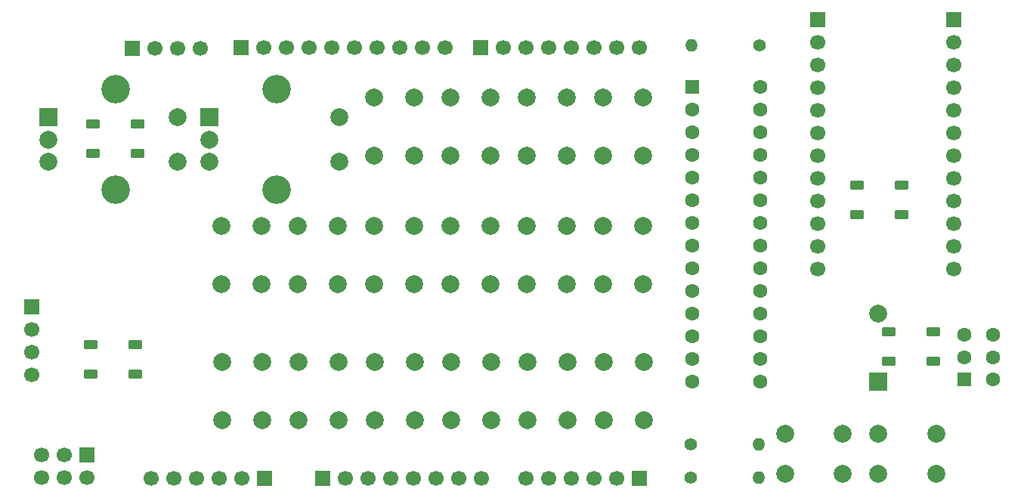
<source format=gbr>
%TF.GenerationSoftware,KiCad,Pcbnew,9.0.1*%
%TF.CreationDate,2025-05-27T17:05:58+05:30*%
%TF.ProjectId,macronardo,6d616372-6f6e-4617-9264-6f2e6b696361,rev?*%
%TF.SameCoordinates,Original*%
%TF.FileFunction,Soldermask,Bot*%
%TF.FilePolarity,Negative*%
%FSLAX46Y46*%
G04 Gerber Fmt 4.6, Leading zero omitted, Abs format (unit mm)*
G04 Created by KiCad (PCBNEW 9.0.1) date 2025-05-27 17:05:58*
%MOMM*%
%LPD*%
G01*
G04 APERTURE LIST*
G04 Aperture macros list*
%AMRoundRect*
0 Rectangle with rounded corners*
0 $1 Rounding radius*
0 $2 $3 $4 $5 $6 $7 $8 $9 X,Y pos of 4 corners*
0 Add a 4 corners polygon primitive as box body*
4,1,4,$2,$3,$4,$5,$6,$7,$8,$9,$2,$3,0*
0 Add four circle primitives for the rounded corners*
1,1,$1+$1,$2,$3*
1,1,$1+$1,$4,$5*
1,1,$1+$1,$6,$7*
1,1,$1+$1,$8,$9*
0 Add four rect primitives between the rounded corners*
20,1,$1+$1,$2,$3,$4,$5,0*
20,1,$1+$1,$4,$5,$6,$7,0*
20,1,$1+$1,$6,$7,$8,$9,0*
20,1,$1+$1,$8,$9,$2,$3,0*%
G04 Aperture macros list end*
%ADD10R,1.700000X1.700000*%
%ADD11C,1.700000*%
%ADD12C,2.000000*%
%ADD13R,2.000000X2.000000*%
%ADD14RoundRect,0.250000X-0.550000X-0.550000X0.550000X-0.550000X0.550000X0.550000X-0.550000X0.550000X0*%
%ADD15C,1.600000*%
%ADD16C,3.200000*%
%ADD17C,1.400000*%
%ADD18O,1.400000X1.400000*%
%ADD19R,1.600000X1.600000*%
%ADD20RoundRect,0.250000X-0.550000X-0.250000X0.550000X-0.250000X0.550000X0.250000X-0.550000X0.250000X0*%
G04 APERTURE END LIST*
D10*
%TO.C,J7*%
X201650000Y-49940000D03*
D11*
X201650000Y-52480000D03*
X201650000Y-55020000D03*
X201650000Y-57560000D03*
X201650000Y-60100000D03*
X201650000Y-62640000D03*
X201650000Y-65180000D03*
X201650000Y-67720000D03*
X201650000Y-70260000D03*
X201650000Y-72800000D03*
X201650000Y-75340000D03*
X201650000Y-77880000D03*
%TD*%
D12*
%TO.C,SW16*%
X193200000Y-96350000D03*
X199700000Y-96350000D03*
X193200000Y-100850001D03*
X199700001Y-100850000D03*
%TD*%
%TO.C,SW0*%
X119700000Y-94850000D03*
X119700000Y-88350000D03*
X124200001Y-94850000D03*
X124200000Y-88349999D03*
%TD*%
%TO.C,SW1*%
X128250000Y-94850000D03*
X128250000Y-88350000D03*
X132750001Y-94850000D03*
X132750000Y-88349999D03*
%TD*%
D13*
%TO.C,BZ0*%
X193160000Y-90490000D03*
D12*
X193160000Y-82890000D03*
%TD*%
D14*
%TO.C,U0*%
X172380000Y-57490000D03*
D15*
X172380000Y-60030000D03*
X172380000Y-62570000D03*
X172380000Y-65110000D03*
X172380000Y-67650000D03*
X172380000Y-70190000D03*
X172380000Y-72730000D03*
X172380000Y-75270000D03*
X172380000Y-77810000D03*
X172380000Y-80350000D03*
X172380000Y-82890000D03*
X172380000Y-85430000D03*
X172380000Y-87970000D03*
X172380000Y-90510000D03*
X180000000Y-90510000D03*
X180000000Y-87970000D03*
X180000000Y-85430000D03*
X180000000Y-82890000D03*
X180000000Y-80350000D03*
X180000000Y-77810000D03*
X180000000Y-75270000D03*
X180000000Y-72730000D03*
X180000000Y-70190000D03*
X180000000Y-67650000D03*
X180000000Y-65110000D03*
X180000000Y-62570000D03*
X180000000Y-60030000D03*
X180000000Y-57490000D03*
%TD*%
D12*
%TO.C,SW15*%
X162350000Y-65200000D03*
X162350000Y-58700000D03*
X166850001Y-65200000D03*
X166850000Y-58699999D03*
%TD*%
%TO.C,SW2*%
X136800000Y-94850000D03*
X136800000Y-88350000D03*
X141300001Y-94850000D03*
X141300000Y-88349999D03*
%TD*%
%TO.C,SW5*%
X162450001Y-94850000D03*
X162450001Y-88350000D03*
X166950002Y-94850000D03*
X166950001Y-88349999D03*
%TD*%
D13*
%TO.C,ENC0*%
X100250000Y-60900000D03*
D12*
X100250000Y-65900000D03*
X100250000Y-63400000D03*
D16*
X107750000Y-57800000D03*
X107750000Y-69000000D03*
D12*
X114750000Y-65900000D03*
X114750000Y-60900000D03*
%TD*%
D17*
%TO.C,R2*%
X179910000Y-52850000D03*
D18*
X172290000Y-52850000D03*
%TD*%
D12*
%TO.C,SW7*%
X128150000Y-79600000D03*
X128150000Y-73100000D03*
X132650001Y-79600000D03*
X132650000Y-73099999D03*
%TD*%
%TO.C,SW13*%
X145250000Y-65200000D03*
X145250000Y-58700000D03*
X149750001Y-65200000D03*
X149750000Y-58699999D03*
%TD*%
%TO.C,SW11*%
X162350000Y-79600000D03*
X162350000Y-73100000D03*
X166850001Y-79600000D03*
X166850000Y-73099999D03*
%TD*%
%TO.C,SW17*%
X182750000Y-96350000D03*
X189250000Y-96350000D03*
X182750000Y-100850001D03*
X189250001Y-100850000D03*
%TD*%
D10*
%TO.C,J0*%
X98400000Y-82190000D03*
D11*
X98400000Y-84730000D03*
X98400000Y-87269999D03*
X98400000Y-89810000D03*
%TD*%
D12*
%TO.C,SW6*%
X119600000Y-79600000D03*
X119600000Y-73100000D03*
X124100001Y-79600000D03*
X124100000Y-73099999D03*
%TD*%
D17*
%TO.C,R0*%
X172190000Y-97550000D03*
D18*
X179810000Y-97550000D03*
%TD*%
D12*
%TO.C,SW14*%
X153800000Y-65200000D03*
X153800000Y-58700000D03*
X158300001Y-65200000D03*
X158300000Y-58699999D03*
%TD*%
D10*
%TO.C,J9*%
X124490000Y-101390000D03*
D11*
X121950000Y-101390000D03*
X119410001Y-101390000D03*
X116870000Y-101390000D03*
X114330000Y-101390000D03*
X111790000Y-101390000D03*
%TD*%
D12*
%TO.C,SW3*%
X145350000Y-94850000D03*
X145350000Y-88350000D03*
X149850001Y-94850000D03*
X149850000Y-88349999D03*
%TD*%
%TO.C,SW4*%
X153900000Y-94850000D03*
X153900000Y-88350000D03*
X158400001Y-94850000D03*
X158400000Y-88349999D03*
%TD*%
%TO.C,SW12*%
X136700000Y-65200000D03*
X136700000Y-58700000D03*
X141200001Y-65200000D03*
X141200000Y-58699999D03*
%TD*%
%TO.C,SW9*%
X145250000Y-79600000D03*
X145250000Y-73100000D03*
X149750001Y-79600000D03*
X149750000Y-73099999D03*
%TD*%
%TO.C,SW10*%
X153800000Y-79600000D03*
X153800000Y-73100000D03*
X158300001Y-79600000D03*
X158300000Y-73099999D03*
%TD*%
D10*
%TO.C,J2*%
X186400000Y-49940000D03*
D11*
X186400000Y-52480000D03*
X186400000Y-55020000D03*
X186400000Y-57560000D03*
X186400000Y-60100000D03*
X186400000Y-62640000D03*
X186400000Y-65180000D03*
X186400000Y-67720000D03*
X186400000Y-70260000D03*
X186400000Y-72800000D03*
X186400000Y-75340000D03*
X186400000Y-77880000D03*
%TD*%
D13*
%TO.C,ENC1*%
X118300000Y-60900000D03*
D12*
X118300000Y-65900000D03*
X118300000Y-63400000D03*
D16*
X125800000Y-57800000D03*
X125800000Y-69000000D03*
D12*
X132800000Y-65900000D03*
X132800000Y-60900000D03*
%TD*%
D19*
%TO.C,SW18*%
X202850001Y-90307500D03*
D15*
X202850001Y-87807500D03*
X202850001Y-85307500D03*
X206050001Y-90307500D03*
X206050001Y-87807500D03*
X206050001Y-85307500D03*
%TD*%
D17*
%TO.C,R1*%
X172200000Y-101300000D03*
D18*
X179820000Y-101300000D03*
%TD*%
D12*
%TO.C,SW8*%
X136700000Y-79600000D03*
X136700000Y-73100000D03*
X141200001Y-79600000D03*
X141200000Y-73099999D03*
%TD*%
D10*
%TO.C,J8*%
X104540000Y-98725000D03*
D11*
X104540000Y-101265000D03*
X102000000Y-98725000D03*
X102000000Y-101265000D03*
X99460001Y-98725000D03*
X99460000Y-101265000D03*
%TD*%
D20*
%TO.C,D21*%
X104940000Y-89650000D03*
X104940000Y-86350000D03*
X109940000Y-89650000D03*
X109940000Y-86350000D03*
%TD*%
%TO.C,D22*%
X194390000Y-88270000D03*
X194390000Y-84970000D03*
X199390000Y-88270000D03*
X199390000Y-84970000D03*
%TD*%
D10*
%TO.C,J3*%
X166450000Y-101350000D03*
D11*
X163910000Y-101350000D03*
X161370001Y-101350000D03*
X158830000Y-101350000D03*
X156290000Y-101350000D03*
X153750000Y-101350000D03*
%TD*%
D20*
%TO.C,D19*%
X105260000Y-64930000D03*
X105260000Y-61630000D03*
X110260000Y-64930000D03*
X110260000Y-61630000D03*
%TD*%
%TO.C,D20*%
X190800000Y-71800000D03*
X190800000Y-68500000D03*
X195800000Y-71800000D03*
X195800000Y-68500000D03*
%TD*%
D10*
%TO.C,J4*%
X130930001Y-101350000D03*
D11*
X133470001Y-101350000D03*
X136010000Y-101350000D03*
X138550001Y-101350000D03*
X141090001Y-101350000D03*
X143630001Y-101350000D03*
X146170001Y-101350000D03*
X148710002Y-101350000D03*
%TD*%
D10*
%TO.C,J5*%
X148690000Y-53100002D03*
D11*
X151230000Y-53100002D03*
X153769999Y-53100002D03*
X156310000Y-53100002D03*
X158850000Y-53100002D03*
X161390000Y-53100002D03*
X163930000Y-53100002D03*
X166470001Y-53100002D03*
%TD*%
D10*
%TO.C,J1*%
X109630000Y-53200000D03*
D11*
X112170000Y-53200000D03*
X114709999Y-53200000D03*
X117250000Y-53200000D03*
%TD*%
D10*
%TO.C,J6*%
X121829999Y-53100000D03*
D11*
X124369999Y-53100000D03*
X126909998Y-53100000D03*
X129449999Y-53100000D03*
X131989999Y-53100000D03*
X134529999Y-53100000D03*
X137069999Y-53100000D03*
X139610000Y-53100000D03*
X142149999Y-53100000D03*
X144689999Y-53100000D03*
%TD*%
M02*

</source>
